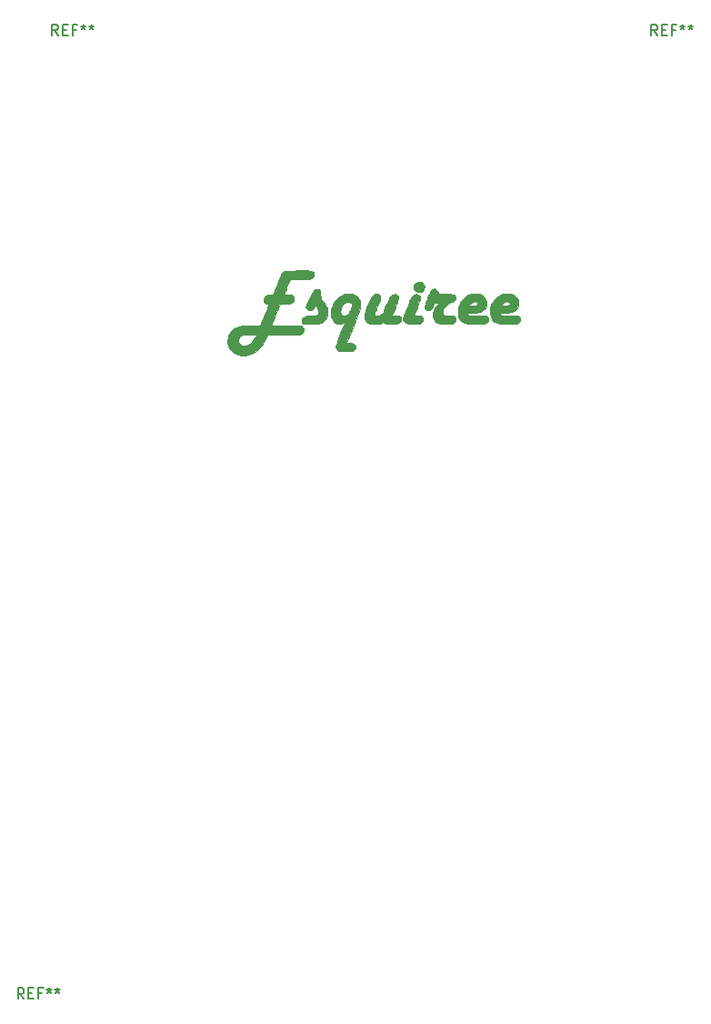
<source format=gbr>
G04 #@! TF.GenerationSoftware,KiCad,Pcbnew,(5.0.0)*
G04 #@! TF.CreationDate,2020-08-12T18:15:37-04:00*
G04 #@! TF.ProjectId,WS2812 Clock,57533238313220436C6F636B2E6B6963,rev?*
G04 #@! TF.SameCoordinates,Original*
G04 #@! TF.FileFunction,Legend,Top*
G04 #@! TF.FilePolarity,Positive*
%FSLAX46Y46*%
G04 Gerber Fmt 4.6, Leading zero omitted, Abs format (unit mm)*
G04 Created by KiCad (PCBNEW (5.0.0)) date 08/12/20 18:15:37*
%MOMM*%
%LPD*%
G01*
G04 APERTURE LIST*
%ADD10C,0.010000*%
%ADD11C,0.150000*%
G04 APERTURE END LIST*
D10*
G04 #@! TO.C,G\002A\002A\002A*
G36*
X210225496Y-51897605D02*
X210326306Y-51947097D01*
X210445321Y-52059086D01*
X210520306Y-52194740D01*
X210550597Y-52343036D01*
X210535528Y-52492949D01*
X210474434Y-52633458D01*
X210374581Y-52746998D01*
X210281247Y-52806696D01*
X210168927Y-52852828D01*
X210064085Y-52875329D01*
X210035777Y-52875861D01*
X209977731Y-52866256D01*
X209917000Y-52850549D01*
X209783483Y-52783280D01*
X209671967Y-52675966D01*
X209593113Y-52542863D01*
X209557585Y-52398232D01*
X209556619Y-52368589D01*
X209583844Y-52219264D01*
X209656975Y-52080019D01*
X209766045Y-51968932D01*
X209783846Y-51956503D01*
X209924606Y-51892884D01*
X210077411Y-51873154D01*
X210225496Y-51897605D01*
X210225496Y-51897605D01*
G37*
X210225496Y-51897605D02*
X210326306Y-51947097D01*
X210445321Y-52059086D01*
X210520306Y-52194740D01*
X210550597Y-52343036D01*
X210535528Y-52492949D01*
X210474434Y-52633458D01*
X210374581Y-52746998D01*
X210281247Y-52806696D01*
X210168927Y-52852828D01*
X210064085Y-52875329D01*
X210035777Y-52875861D01*
X209977731Y-52866256D01*
X209917000Y-52850549D01*
X209783483Y-52783280D01*
X209671967Y-52675966D01*
X209593113Y-52542863D01*
X209557585Y-52398232D01*
X209556619Y-52368589D01*
X209583844Y-52219264D01*
X209656975Y-52080019D01*
X209766045Y-51968932D01*
X209783846Y-51956503D01*
X209924606Y-51892884D01*
X210077411Y-51873154D01*
X210225496Y-51897605D01*
G36*
X218401321Y-52999236D02*
X218652000Y-53041004D01*
X218867433Y-53123463D01*
X219044889Y-53243884D01*
X219181639Y-53399540D01*
X219274951Y-53587704D01*
X219322097Y-53805648D01*
X219327508Y-53924432D01*
X219300793Y-54139863D01*
X219225150Y-54329486D01*
X219103073Y-54489260D01*
X218937053Y-54615145D01*
X218884331Y-54643136D01*
X218754897Y-54690967D01*
X218584450Y-54726930D01*
X218369109Y-54751508D01*
X218104996Y-54765183D01*
X217874500Y-54768568D01*
X217733013Y-54769560D01*
X217638572Y-54772781D01*
X217581783Y-54779763D01*
X217553253Y-54792038D01*
X217543587Y-54811138D01*
X217542889Y-54822651D01*
X217568878Y-54900065D01*
X217638471Y-54970311D01*
X217737600Y-55020156D01*
X217800849Y-55030976D01*
X217915135Y-55039765D01*
X218075083Y-55046299D01*
X218275314Y-55050356D01*
X218499600Y-55051713D01*
X218696706Y-55052979D01*
X218879326Y-55056449D01*
X219038149Y-55061769D01*
X219163866Y-55068586D01*
X219247168Y-55076548D01*
X219270216Y-55080907D01*
X219386445Y-55135200D01*
X219457597Y-55222220D01*
X219485112Y-55344202D01*
X219483567Y-55412013D01*
X219465730Y-55521790D01*
X219427003Y-55602527D01*
X219389070Y-55648322D01*
X219336907Y-55700516D01*
X219285114Y-55741323D01*
X219226055Y-55772223D01*
X219152092Y-55794697D01*
X219055588Y-55810225D01*
X218928904Y-55820286D01*
X218764404Y-55826362D01*
X218554450Y-55829931D01*
X218446000Y-55831087D01*
X218244664Y-55831796D01*
X218050072Y-55830219D01*
X217873404Y-55826617D01*
X217725838Y-55821254D01*
X217618553Y-55814392D01*
X217586699Y-55810926D01*
X217337293Y-55753404D01*
X217125497Y-55654816D01*
X216952600Y-55517306D01*
X216819895Y-55343015D01*
X216728671Y-55134085D01*
X216680218Y-54892659D01*
X216675828Y-54620880D01*
X216709962Y-54355538D01*
X216775148Y-54108239D01*
X216782434Y-54092000D01*
X217706679Y-54092000D01*
X218026950Y-54091584D01*
X218192705Y-54087843D01*
X218320765Y-54077586D01*
X218403079Y-54061552D01*
X218417777Y-54055662D01*
X218481103Y-53997468D01*
X218500547Y-53919288D01*
X218475603Y-53837254D01*
X218426378Y-53782045D01*
X218323419Y-53734398D01*
X218199568Y-53728290D01*
X218067187Y-53759649D01*
X217938639Y-53824405D01*
X217826286Y-53918489D01*
X217763486Y-54000278D01*
X217706679Y-54092000D01*
X216782434Y-54092000D01*
X216875273Y-53885099D01*
X217017120Y-53673874D01*
X217201510Y-53468268D01*
X217425062Y-53272337D01*
X217652916Y-53130247D01*
X217891617Y-53039439D01*
X218147711Y-52997353D01*
X218401321Y-52999236D01*
X218401321Y-52999236D01*
G37*
X218401321Y-52999236D02*
X218652000Y-53041004D01*
X218867433Y-53123463D01*
X219044889Y-53243884D01*
X219181639Y-53399540D01*
X219274951Y-53587704D01*
X219322097Y-53805648D01*
X219327508Y-53924432D01*
X219300793Y-54139863D01*
X219225150Y-54329486D01*
X219103073Y-54489260D01*
X218937053Y-54615145D01*
X218884331Y-54643136D01*
X218754897Y-54690967D01*
X218584450Y-54726930D01*
X218369109Y-54751508D01*
X218104996Y-54765183D01*
X217874500Y-54768568D01*
X217733013Y-54769560D01*
X217638572Y-54772781D01*
X217581783Y-54779763D01*
X217553253Y-54792038D01*
X217543587Y-54811138D01*
X217542889Y-54822651D01*
X217568878Y-54900065D01*
X217638471Y-54970311D01*
X217737600Y-55020156D01*
X217800849Y-55030976D01*
X217915135Y-55039765D01*
X218075083Y-55046299D01*
X218275314Y-55050356D01*
X218499600Y-55051713D01*
X218696706Y-55052979D01*
X218879326Y-55056449D01*
X219038149Y-55061769D01*
X219163866Y-55068586D01*
X219247168Y-55076548D01*
X219270216Y-55080907D01*
X219386445Y-55135200D01*
X219457597Y-55222220D01*
X219485112Y-55344202D01*
X219483567Y-55412013D01*
X219465730Y-55521790D01*
X219427003Y-55602527D01*
X219389070Y-55648322D01*
X219336907Y-55700516D01*
X219285114Y-55741323D01*
X219226055Y-55772223D01*
X219152092Y-55794697D01*
X219055588Y-55810225D01*
X218928904Y-55820286D01*
X218764404Y-55826362D01*
X218554450Y-55829931D01*
X218446000Y-55831087D01*
X218244664Y-55831796D01*
X218050072Y-55830219D01*
X217873404Y-55826617D01*
X217725838Y-55821254D01*
X217618553Y-55814392D01*
X217586699Y-55810926D01*
X217337293Y-55753404D01*
X217125497Y-55654816D01*
X216952600Y-55517306D01*
X216819895Y-55343015D01*
X216728671Y-55134085D01*
X216680218Y-54892659D01*
X216675828Y-54620880D01*
X216709962Y-54355538D01*
X216775148Y-54108239D01*
X216782434Y-54092000D01*
X217706679Y-54092000D01*
X218026950Y-54091584D01*
X218192705Y-54087843D01*
X218320765Y-54077586D01*
X218403079Y-54061552D01*
X218417777Y-54055662D01*
X218481103Y-53997468D01*
X218500547Y-53919288D01*
X218475603Y-53837254D01*
X218426378Y-53782045D01*
X218323419Y-53734398D01*
X218199568Y-53728290D01*
X218067187Y-53759649D01*
X217938639Y-53824405D01*
X217826286Y-53918489D01*
X217763486Y-54000278D01*
X217706679Y-54092000D01*
X216782434Y-54092000D01*
X216875273Y-53885099D01*
X217017120Y-53673874D01*
X217201510Y-53468268D01*
X217425062Y-53272337D01*
X217652916Y-53130247D01*
X217891617Y-53039439D01*
X218147711Y-52997353D01*
X218401321Y-52999236D01*
G36*
X215409765Y-52999236D02*
X215660444Y-53041004D01*
X215875877Y-53123463D01*
X216053334Y-53243884D01*
X216190083Y-53399540D01*
X216283396Y-53587704D01*
X216330542Y-53805648D01*
X216335952Y-53924432D01*
X216309237Y-54139863D01*
X216233595Y-54329486D01*
X216111518Y-54489260D01*
X215945497Y-54615145D01*
X215892775Y-54643136D01*
X215763342Y-54690967D01*
X215592894Y-54726930D01*
X215377554Y-54751508D01*
X215113440Y-54765183D01*
X214882944Y-54768568D01*
X214741457Y-54769560D01*
X214647016Y-54772781D01*
X214590227Y-54779763D01*
X214561697Y-54792038D01*
X214552031Y-54811138D01*
X214551333Y-54822651D01*
X214577323Y-54900065D01*
X214646915Y-54970311D01*
X214746044Y-55020156D01*
X214809293Y-55030976D01*
X214923580Y-55039765D01*
X215083527Y-55046299D01*
X215283758Y-55050356D01*
X215508044Y-55051713D01*
X215705151Y-55052979D01*
X215887770Y-55056449D01*
X216046593Y-55061769D01*
X216172310Y-55068586D01*
X216255612Y-55076548D01*
X216278660Y-55080907D01*
X216394580Y-55138911D01*
X216469630Y-55233542D01*
X216498509Y-55357867D01*
X216498666Y-55368596D01*
X216474375Y-55522497D01*
X216402548Y-55646979D01*
X216284755Y-55740451D01*
X216122567Y-55801326D01*
X216058297Y-55814199D01*
X215965922Y-55823747D01*
X215828918Y-55830750D01*
X215659041Y-55835244D01*
X215468047Y-55837263D01*
X215267692Y-55836844D01*
X215069732Y-55834022D01*
X214885924Y-55828831D01*
X214728024Y-55821307D01*
X214607788Y-55811486D01*
X214593666Y-55809809D01*
X214350107Y-55754659D01*
X214141285Y-55656665D01*
X213969058Y-55518861D01*
X213835283Y-55344282D01*
X213741819Y-55135962D01*
X213690522Y-54896935D01*
X213683250Y-54630237D01*
X213714901Y-54374222D01*
X213777556Y-54127340D01*
X213792573Y-54092000D01*
X214715123Y-54092000D01*
X215035395Y-54091584D01*
X215201149Y-54087843D01*
X215329209Y-54077586D01*
X215411524Y-54061552D01*
X215426222Y-54055662D01*
X215489547Y-53997468D01*
X215508992Y-53919288D01*
X215484048Y-53837254D01*
X215434822Y-53782045D01*
X215331864Y-53734398D01*
X215208013Y-53728290D01*
X215075632Y-53759649D01*
X214947083Y-53824405D01*
X214834730Y-53918489D01*
X214771930Y-54000278D01*
X214715123Y-54092000D01*
X213792573Y-54092000D01*
X213870364Y-53908943D01*
X214000949Y-53705083D01*
X214176933Y-53501811D01*
X214209954Y-53468268D01*
X214433507Y-53272337D01*
X214661360Y-53130247D01*
X214900061Y-53039439D01*
X215156156Y-52997353D01*
X215409765Y-52999236D01*
X215409765Y-52999236D01*
G37*
X215409765Y-52999236D02*
X215660444Y-53041004D01*
X215875877Y-53123463D01*
X216053334Y-53243884D01*
X216190083Y-53399540D01*
X216283396Y-53587704D01*
X216330542Y-53805648D01*
X216335952Y-53924432D01*
X216309237Y-54139863D01*
X216233595Y-54329486D01*
X216111518Y-54489260D01*
X215945497Y-54615145D01*
X215892775Y-54643136D01*
X215763342Y-54690967D01*
X215592894Y-54726930D01*
X215377554Y-54751508D01*
X215113440Y-54765183D01*
X214882944Y-54768568D01*
X214741457Y-54769560D01*
X214647016Y-54772781D01*
X214590227Y-54779763D01*
X214561697Y-54792038D01*
X214552031Y-54811138D01*
X214551333Y-54822651D01*
X214577323Y-54900065D01*
X214646915Y-54970311D01*
X214746044Y-55020156D01*
X214809293Y-55030976D01*
X214923580Y-55039765D01*
X215083527Y-55046299D01*
X215283758Y-55050356D01*
X215508044Y-55051713D01*
X215705151Y-55052979D01*
X215887770Y-55056449D01*
X216046593Y-55061769D01*
X216172310Y-55068586D01*
X216255612Y-55076548D01*
X216278660Y-55080907D01*
X216394580Y-55138911D01*
X216469630Y-55233542D01*
X216498509Y-55357867D01*
X216498666Y-55368596D01*
X216474375Y-55522497D01*
X216402548Y-55646979D01*
X216284755Y-55740451D01*
X216122567Y-55801326D01*
X216058297Y-55814199D01*
X215965922Y-55823747D01*
X215828918Y-55830750D01*
X215659041Y-55835244D01*
X215468047Y-55837263D01*
X215267692Y-55836844D01*
X215069732Y-55834022D01*
X214885924Y-55828831D01*
X214728024Y-55821307D01*
X214607788Y-55811486D01*
X214593666Y-55809809D01*
X214350107Y-55754659D01*
X214141285Y-55656665D01*
X213969058Y-55518861D01*
X213835283Y-55344282D01*
X213741819Y-55135962D01*
X213690522Y-54896935D01*
X213683250Y-54630237D01*
X213714901Y-54374222D01*
X213777556Y-54127340D01*
X213792573Y-54092000D01*
X214715123Y-54092000D01*
X215035395Y-54091584D01*
X215201149Y-54087843D01*
X215329209Y-54077586D01*
X215411524Y-54061552D01*
X215426222Y-54055662D01*
X215489547Y-53997468D01*
X215508992Y-53919288D01*
X215484048Y-53837254D01*
X215434822Y-53782045D01*
X215331864Y-53734398D01*
X215208013Y-53728290D01*
X215075632Y-53759649D01*
X214947083Y-53824405D01*
X214834730Y-53918489D01*
X214771930Y-54000278D01*
X214715123Y-54092000D01*
X213792573Y-54092000D01*
X213870364Y-53908943D01*
X214000949Y-53705083D01*
X214176933Y-53501811D01*
X214209954Y-53468268D01*
X214433507Y-53272337D01*
X214661360Y-53130247D01*
X214900061Y-53039439D01*
X215156156Y-52997353D01*
X215409765Y-52999236D01*
G36*
X211622362Y-52563759D02*
X211719916Y-52636366D01*
X211791796Y-52758593D01*
X211815003Y-52826371D01*
X211857238Y-52936520D01*
X211908646Y-52999924D01*
X211927892Y-53011861D01*
X211978484Y-53025499D01*
X212071677Y-53035668D01*
X212211123Y-53042565D01*
X212400470Y-53046388D01*
X212583739Y-53047362D01*
X212809063Y-53048698D01*
X212985305Y-53053211D01*
X213119798Y-53062195D01*
X213219873Y-53076943D01*
X213292863Y-53098748D01*
X213346098Y-53128904D01*
X213386912Y-53168705D01*
X213404645Y-53192187D01*
X213440735Y-53284310D01*
X213449060Y-53401902D01*
X213430147Y-53521592D01*
X213395364Y-53603796D01*
X213301883Y-53705594D01*
X213163880Y-53775970D01*
X213001974Y-53813011D01*
X212910134Y-53831129D01*
X212837761Y-53862806D01*
X212763471Y-53919524D01*
X212709246Y-53970190D01*
X212597632Y-54087432D01*
X212486807Y-54219696D01*
X212387737Y-54352542D01*
X212311386Y-54471534D01*
X212277320Y-54538881D01*
X212249765Y-54635259D01*
X212237188Y-54739302D01*
X212237111Y-54746413D01*
X212245756Y-54849017D01*
X212275871Y-54926652D01*
X212333728Y-54982469D01*
X212425598Y-55019624D01*
X212557751Y-55041269D01*
X212736458Y-55050559D01*
X212843889Y-55051555D01*
X213056913Y-55057292D01*
X213219986Y-55076351D01*
X213338607Y-55111507D01*
X213418274Y-55165535D01*
X213464486Y-55241207D01*
X213482741Y-55341299D01*
X213483592Y-55374298D01*
X213461852Y-55523240D01*
X213394383Y-55641879D01*
X213277811Y-55735476D01*
X213238526Y-55756616D01*
X213183145Y-55782480D01*
X213129811Y-55801249D01*
X213068038Y-55814203D01*
X212987343Y-55822623D01*
X212877240Y-55827792D01*
X212727244Y-55830991D01*
X212618111Y-55832445D01*
X212448420Y-55833011D01*
X212288654Y-55830857D01*
X212151568Y-55826353D01*
X212049919Y-55819868D01*
X212009088Y-55814801D01*
X211808391Y-55752341D01*
X211640383Y-55645843D01*
X211507943Y-55499200D01*
X211413951Y-55316307D01*
X211361288Y-55101057D01*
X211350605Y-54924555D01*
X211360332Y-54763673D01*
X211389950Y-54619214D01*
X211444730Y-54478066D01*
X211529946Y-54327115D01*
X211650868Y-54153247D01*
X211672147Y-54124733D01*
X211749789Y-54020474D01*
X211813147Y-53933626D01*
X211855516Y-53873499D01*
X211870222Y-53849566D01*
X211844466Y-53843688D01*
X211777054Y-53839523D01*
X211685892Y-53838000D01*
X211582131Y-53840782D01*
X211521794Y-53851234D01*
X211492041Y-53872508D01*
X211484887Y-53887389D01*
X211465754Y-53934126D01*
X211428781Y-54017081D01*
X211380562Y-54121593D01*
X211357872Y-54169807D01*
X211268942Y-54333778D01*
X211178984Y-54446574D01*
X211081599Y-54513208D01*
X210970388Y-54538695D01*
X210890572Y-54535907D01*
X210793282Y-54515777D01*
X210718563Y-54472047D01*
X210661381Y-54416139D01*
X210603187Y-54345913D01*
X210577902Y-54288046D01*
X210576313Y-54217330D01*
X210578980Y-54190718D01*
X210593956Y-54127418D01*
X210627600Y-54021892D01*
X210676172Y-53883724D01*
X210735932Y-53722492D01*
X210803140Y-53547780D01*
X210874055Y-53369168D01*
X210944938Y-53196238D01*
X211012049Y-53038570D01*
X211071648Y-52905746D01*
X211116092Y-52814753D01*
X211209877Y-52672958D01*
X211317694Y-52583487D01*
X211444171Y-52543007D01*
X211498035Y-52539778D01*
X211622362Y-52563759D01*
X211622362Y-52563759D01*
G37*
X211622362Y-52563759D02*
X211719916Y-52636366D01*
X211791796Y-52758593D01*
X211815003Y-52826371D01*
X211857238Y-52936520D01*
X211908646Y-52999924D01*
X211927892Y-53011861D01*
X211978484Y-53025499D01*
X212071677Y-53035668D01*
X212211123Y-53042565D01*
X212400470Y-53046388D01*
X212583739Y-53047362D01*
X212809063Y-53048698D01*
X212985305Y-53053211D01*
X213119798Y-53062195D01*
X213219873Y-53076943D01*
X213292863Y-53098748D01*
X213346098Y-53128904D01*
X213386912Y-53168705D01*
X213404645Y-53192187D01*
X213440735Y-53284310D01*
X213449060Y-53401902D01*
X213430147Y-53521592D01*
X213395364Y-53603796D01*
X213301883Y-53705594D01*
X213163880Y-53775970D01*
X213001974Y-53813011D01*
X212910134Y-53831129D01*
X212837761Y-53862806D01*
X212763471Y-53919524D01*
X212709246Y-53970190D01*
X212597632Y-54087432D01*
X212486807Y-54219696D01*
X212387737Y-54352542D01*
X212311386Y-54471534D01*
X212277320Y-54538881D01*
X212249765Y-54635259D01*
X212237188Y-54739302D01*
X212237111Y-54746413D01*
X212245756Y-54849017D01*
X212275871Y-54926652D01*
X212333728Y-54982469D01*
X212425598Y-55019624D01*
X212557751Y-55041269D01*
X212736458Y-55050559D01*
X212843889Y-55051555D01*
X213056913Y-55057292D01*
X213219986Y-55076351D01*
X213338607Y-55111507D01*
X213418274Y-55165535D01*
X213464486Y-55241207D01*
X213482741Y-55341299D01*
X213483592Y-55374298D01*
X213461852Y-55523240D01*
X213394383Y-55641879D01*
X213277811Y-55735476D01*
X213238526Y-55756616D01*
X213183145Y-55782480D01*
X213129811Y-55801249D01*
X213068038Y-55814203D01*
X212987343Y-55822623D01*
X212877240Y-55827792D01*
X212727244Y-55830991D01*
X212618111Y-55832445D01*
X212448420Y-55833011D01*
X212288654Y-55830857D01*
X212151568Y-55826353D01*
X212049919Y-55819868D01*
X212009088Y-55814801D01*
X211808391Y-55752341D01*
X211640383Y-55645843D01*
X211507943Y-55499200D01*
X211413951Y-55316307D01*
X211361288Y-55101057D01*
X211350605Y-54924555D01*
X211360332Y-54763673D01*
X211389950Y-54619214D01*
X211444730Y-54478066D01*
X211529946Y-54327115D01*
X211650868Y-54153247D01*
X211672147Y-54124733D01*
X211749789Y-54020474D01*
X211813147Y-53933626D01*
X211855516Y-53873499D01*
X211870222Y-53849566D01*
X211844466Y-53843688D01*
X211777054Y-53839523D01*
X211685892Y-53838000D01*
X211582131Y-53840782D01*
X211521794Y-53851234D01*
X211492041Y-53872508D01*
X211484887Y-53887389D01*
X211465754Y-53934126D01*
X211428781Y-54017081D01*
X211380562Y-54121593D01*
X211357872Y-54169807D01*
X211268942Y-54333778D01*
X211178984Y-54446574D01*
X211081599Y-54513208D01*
X210970388Y-54538695D01*
X210890572Y-54535907D01*
X210793282Y-54515777D01*
X210718563Y-54472047D01*
X210661381Y-54416139D01*
X210603187Y-54345913D01*
X210577902Y-54288046D01*
X210576313Y-54217330D01*
X210578980Y-54190718D01*
X210593956Y-54127418D01*
X210627600Y-54021892D01*
X210676172Y-53883724D01*
X210735932Y-53722492D01*
X210803140Y-53547780D01*
X210874055Y-53369168D01*
X210944938Y-53196238D01*
X211012049Y-53038570D01*
X211071648Y-52905746D01*
X211116092Y-52814753D01*
X211209877Y-52672958D01*
X211317694Y-52583487D01*
X211444171Y-52543007D01*
X211498035Y-52539778D01*
X211622362Y-52563759D01*
G36*
X209887735Y-53055908D02*
X210007513Y-53092114D01*
X210026921Y-53102817D01*
X210089893Y-53147102D01*
X210135988Y-53196780D01*
X210164493Y-53257280D01*
X210174697Y-53334030D01*
X210165887Y-53432460D01*
X210137352Y-53557998D01*
X210088380Y-53716073D01*
X210018258Y-53912114D01*
X209926276Y-54151550D01*
X209871075Y-54291220D01*
X209795978Y-54480745D01*
X209728223Y-54653050D01*
X209670493Y-54801205D01*
X209625471Y-54918282D01*
X209595841Y-54997351D01*
X209584285Y-55031483D01*
X209584222Y-55032053D01*
X209610443Y-55040264D01*
X209681117Y-55046769D01*
X209784257Y-55050734D01*
X209864607Y-55051555D01*
X210064712Y-55058973D01*
X210215395Y-55083238D01*
X210321956Y-55127370D01*
X210389697Y-55194387D01*
X210423919Y-55287309D01*
X210430783Y-55373975D01*
X210410927Y-55524083D01*
X210348312Y-55640762D01*
X210237990Y-55731821D01*
X210186702Y-55759323D01*
X210128626Y-55785116D01*
X210070392Y-55803536D01*
X210000718Y-55816011D01*
X209908320Y-55823971D01*
X209781917Y-55828842D01*
X209612444Y-55832022D01*
X209449267Y-55832733D01*
X209295374Y-55830415D01*
X209164539Y-55825487D01*
X209070539Y-55818365D01*
X209045261Y-55814804D01*
X208861686Y-55760791D01*
X208720420Y-55674920D01*
X208624180Y-55560419D01*
X208575682Y-55420517D01*
X208577547Y-55259022D01*
X208591033Y-55214127D01*
X208622978Y-55124582D01*
X208670379Y-54997942D01*
X208730231Y-54841759D01*
X208799529Y-54663589D01*
X208875269Y-54470985D01*
X208954447Y-54271501D01*
X209034057Y-54072691D01*
X209111096Y-53882110D01*
X209182558Y-53707311D01*
X209245440Y-53555848D01*
X209296737Y-53435276D01*
X209333444Y-53353148D01*
X209344790Y-53330000D01*
X209415082Y-53232483D01*
X209512065Y-53142526D01*
X209612488Y-53081333D01*
X209621337Y-53077795D01*
X209750418Y-53050605D01*
X209887735Y-53055908D01*
X209887735Y-53055908D01*
G37*
X209887735Y-53055908D02*
X210007513Y-53092114D01*
X210026921Y-53102817D01*
X210089893Y-53147102D01*
X210135988Y-53196780D01*
X210164493Y-53257280D01*
X210174697Y-53334030D01*
X210165887Y-53432460D01*
X210137352Y-53557998D01*
X210088380Y-53716073D01*
X210018258Y-53912114D01*
X209926276Y-54151550D01*
X209871075Y-54291220D01*
X209795978Y-54480745D01*
X209728223Y-54653050D01*
X209670493Y-54801205D01*
X209625471Y-54918282D01*
X209595841Y-54997351D01*
X209584285Y-55031483D01*
X209584222Y-55032053D01*
X209610443Y-55040264D01*
X209681117Y-55046769D01*
X209784257Y-55050734D01*
X209864607Y-55051555D01*
X210064712Y-55058973D01*
X210215395Y-55083238D01*
X210321956Y-55127370D01*
X210389697Y-55194387D01*
X210423919Y-55287309D01*
X210430783Y-55373975D01*
X210410927Y-55524083D01*
X210348312Y-55640762D01*
X210237990Y-55731821D01*
X210186702Y-55759323D01*
X210128626Y-55785116D01*
X210070392Y-55803536D01*
X210000718Y-55816011D01*
X209908320Y-55823971D01*
X209781917Y-55828842D01*
X209612444Y-55832022D01*
X209449267Y-55832733D01*
X209295374Y-55830415D01*
X209164539Y-55825487D01*
X209070539Y-55818365D01*
X209045261Y-55814804D01*
X208861686Y-55760791D01*
X208720420Y-55674920D01*
X208624180Y-55560419D01*
X208575682Y-55420517D01*
X208577547Y-55259022D01*
X208591033Y-55214127D01*
X208622978Y-55124582D01*
X208670379Y-54997942D01*
X208730231Y-54841759D01*
X208799529Y-54663589D01*
X208875269Y-54470985D01*
X208954447Y-54271501D01*
X209034057Y-54072691D01*
X209111096Y-53882110D01*
X209182558Y-53707311D01*
X209245440Y-53555848D01*
X209296737Y-53435276D01*
X209333444Y-53353148D01*
X209344790Y-53330000D01*
X209415082Y-53232483D01*
X209512065Y-53142526D01*
X209612488Y-53081333D01*
X209621337Y-53077795D01*
X209750418Y-53050605D01*
X209887735Y-53055908D01*
G36*
X206243031Y-53017713D02*
X206348336Y-53076904D01*
X206426800Y-53176264D01*
X206439352Y-53203214D01*
X206457024Y-53257455D01*
X206463583Y-53316749D01*
X206457172Y-53388296D01*
X206435936Y-53479298D01*
X206398020Y-53596955D01*
X206341568Y-53748467D01*
X206264725Y-53941034D01*
X206222841Y-54043386D01*
X206127840Y-54275978D01*
X206053294Y-54462528D01*
X205997146Y-54608755D01*
X205957341Y-54720379D01*
X205931825Y-54803120D01*
X205918541Y-54862697D01*
X205915333Y-54899151D01*
X205939052Y-54972027D01*
X206003277Y-55020838D01*
X206097606Y-55045905D01*
X206211640Y-55047546D01*
X206334978Y-55026082D01*
X206457221Y-54981834D01*
X206567968Y-54915120D01*
X206611408Y-54877734D01*
X206647013Y-54834543D01*
X206688788Y-54766055D01*
X206739339Y-54666809D01*
X206801273Y-54531346D01*
X206877196Y-54354205D01*
X206969714Y-54129926D01*
X206977379Y-54111092D01*
X207079695Y-53862537D01*
X207165920Y-53661154D01*
X207239330Y-53501101D01*
X207303201Y-53376531D01*
X207360810Y-53281600D01*
X207415432Y-53210464D01*
X207470343Y-53157278D01*
X207528819Y-53116197D01*
X207538111Y-53110712D01*
X207676213Y-53058536D01*
X207818641Y-53052716D01*
X207950717Y-53091909D01*
X208040995Y-53156691D01*
X208085068Y-53206626D01*
X208115546Y-53259366D01*
X208131323Y-53320917D01*
X208131292Y-53397281D01*
X208114347Y-53494465D01*
X208079383Y-53618470D01*
X208025293Y-53775302D01*
X207950972Y-53970965D01*
X207855312Y-54211462D01*
X207839417Y-54250877D01*
X207762956Y-54440326D01*
X207692892Y-54614080D01*
X207632172Y-54764820D01*
X207583741Y-54885225D01*
X207550547Y-54967976D01*
X207535537Y-55005752D01*
X207535511Y-55005821D01*
X207533527Y-55026421D01*
X207552602Y-55039795D01*
X207601812Y-55047457D01*
X207690236Y-55050925D01*
X207810258Y-55051713D01*
X208013834Y-55057012D01*
X208167424Y-55074968D01*
X208276731Y-55109042D01*
X208347460Y-55162697D01*
X208385314Y-55239393D01*
X208395998Y-55342591D01*
X208392926Y-55405295D01*
X208376296Y-55514695D01*
X208341905Y-55593417D01*
X208297737Y-55648322D01*
X208231983Y-55710341D01*
X208161418Y-55756301D01*
X208075904Y-55788951D01*
X207965303Y-55811041D01*
X207819477Y-55825321D01*
X207628288Y-55834540D01*
X207608666Y-55835210D01*
X207372594Y-55839230D01*
X207185568Y-55833010D01*
X207040930Y-55815416D01*
X206932023Y-55785317D01*
X206852188Y-55741580D01*
X206807155Y-55698873D01*
X206758143Y-55645557D01*
X206724113Y-55617341D01*
X206719833Y-55616000D01*
X206689308Y-55632215D01*
X206631765Y-55673377D01*
X206597515Y-55700164D01*
X206472583Y-55772841D01*
X206341318Y-55813053D01*
X206223136Y-55827671D01*
X206069748Y-55835887D01*
X205900921Y-55837719D01*
X205736426Y-55833181D01*
X205596030Y-55822289D01*
X205529923Y-55812387D01*
X205335633Y-55748267D01*
X205172448Y-55641495D01*
X205046927Y-55497199D01*
X204990603Y-55390451D01*
X204965196Y-55291144D01*
X204959004Y-55154491D01*
X204962076Y-55080007D01*
X204967755Y-55011808D01*
X204977880Y-54944769D01*
X204994963Y-54871294D01*
X205021520Y-54783785D01*
X205060062Y-54674647D01*
X205113105Y-54536282D01*
X205183162Y-54361094D01*
X205272126Y-54142999D01*
X205353738Y-53945936D01*
X205432438Y-53759608D01*
X205504585Y-53592352D01*
X205566540Y-53452505D01*
X205614661Y-53348403D01*
X205645157Y-53288644D01*
X205742695Y-53162267D01*
X205860717Y-53070966D01*
X205989756Y-53015762D01*
X206120349Y-52997671D01*
X206243031Y-53017713D01*
X206243031Y-53017713D01*
G37*
X206243031Y-53017713D02*
X206348336Y-53076904D01*
X206426800Y-53176264D01*
X206439352Y-53203214D01*
X206457024Y-53257455D01*
X206463583Y-53316749D01*
X206457172Y-53388296D01*
X206435936Y-53479298D01*
X206398020Y-53596955D01*
X206341568Y-53748467D01*
X206264725Y-53941034D01*
X206222841Y-54043386D01*
X206127840Y-54275978D01*
X206053294Y-54462528D01*
X205997146Y-54608755D01*
X205957341Y-54720379D01*
X205931825Y-54803120D01*
X205918541Y-54862697D01*
X205915333Y-54899151D01*
X205939052Y-54972027D01*
X206003277Y-55020838D01*
X206097606Y-55045905D01*
X206211640Y-55047546D01*
X206334978Y-55026082D01*
X206457221Y-54981834D01*
X206567968Y-54915120D01*
X206611408Y-54877734D01*
X206647013Y-54834543D01*
X206688788Y-54766055D01*
X206739339Y-54666809D01*
X206801273Y-54531346D01*
X206877196Y-54354205D01*
X206969714Y-54129926D01*
X206977379Y-54111092D01*
X207079695Y-53862537D01*
X207165920Y-53661154D01*
X207239330Y-53501101D01*
X207303201Y-53376531D01*
X207360810Y-53281600D01*
X207415432Y-53210464D01*
X207470343Y-53157278D01*
X207528819Y-53116197D01*
X207538111Y-53110712D01*
X207676213Y-53058536D01*
X207818641Y-53052716D01*
X207950717Y-53091909D01*
X208040995Y-53156691D01*
X208085068Y-53206626D01*
X208115546Y-53259366D01*
X208131323Y-53320917D01*
X208131292Y-53397281D01*
X208114347Y-53494465D01*
X208079383Y-53618470D01*
X208025293Y-53775302D01*
X207950972Y-53970965D01*
X207855312Y-54211462D01*
X207839417Y-54250877D01*
X207762956Y-54440326D01*
X207692892Y-54614080D01*
X207632172Y-54764820D01*
X207583741Y-54885225D01*
X207550547Y-54967976D01*
X207535537Y-55005752D01*
X207535511Y-55005821D01*
X207533527Y-55026421D01*
X207552602Y-55039795D01*
X207601812Y-55047457D01*
X207690236Y-55050925D01*
X207810258Y-55051713D01*
X208013834Y-55057012D01*
X208167424Y-55074968D01*
X208276731Y-55109042D01*
X208347460Y-55162697D01*
X208385314Y-55239393D01*
X208395998Y-55342591D01*
X208392926Y-55405295D01*
X208376296Y-55514695D01*
X208341905Y-55593417D01*
X208297737Y-55648322D01*
X208231983Y-55710341D01*
X208161418Y-55756301D01*
X208075904Y-55788951D01*
X207965303Y-55811041D01*
X207819477Y-55825321D01*
X207628288Y-55834540D01*
X207608666Y-55835210D01*
X207372594Y-55839230D01*
X207185568Y-55833010D01*
X207040930Y-55815416D01*
X206932023Y-55785317D01*
X206852188Y-55741580D01*
X206807155Y-55698873D01*
X206758143Y-55645557D01*
X206724113Y-55617341D01*
X206719833Y-55616000D01*
X206689308Y-55632215D01*
X206631765Y-55673377D01*
X206597515Y-55700164D01*
X206472583Y-55772841D01*
X206341318Y-55813053D01*
X206223136Y-55827671D01*
X206069748Y-55835887D01*
X205900921Y-55837719D01*
X205736426Y-55833181D01*
X205596030Y-55822289D01*
X205529923Y-55812387D01*
X205335633Y-55748267D01*
X205172448Y-55641495D01*
X205046927Y-55497199D01*
X204990603Y-55390451D01*
X204965196Y-55291144D01*
X204959004Y-55154491D01*
X204962076Y-55080007D01*
X204967755Y-55011808D01*
X204977880Y-54944769D01*
X204994963Y-54871294D01*
X205021520Y-54783785D01*
X205060062Y-54674647D01*
X205113105Y-54536282D01*
X205183162Y-54361094D01*
X205272126Y-54142999D01*
X205353738Y-53945936D01*
X205432438Y-53759608D01*
X205504585Y-53592352D01*
X205566540Y-53452505D01*
X205614661Y-53348403D01*
X205645157Y-53288644D01*
X205742695Y-53162267D01*
X205860717Y-53070966D01*
X205989756Y-53015762D01*
X206120349Y-52997671D01*
X206243031Y-53017713D01*
G36*
X200716758Y-52585000D02*
X200807220Y-52647547D01*
X200829277Y-52675141D01*
X200852666Y-52724241D01*
X200867512Y-52793433D01*
X200875370Y-52894635D01*
X200877798Y-53039764D01*
X200877804Y-53046567D01*
X200879859Y-53186159D01*
X200889296Y-53295757D01*
X200911237Y-53389219D01*
X200950809Y-53480404D01*
X201013135Y-53583171D01*
X201103341Y-53711379D01*
X201144373Y-53767444D01*
X201281433Y-53973415D01*
X201396561Y-54185464D01*
X201483311Y-54389986D01*
X201535238Y-54573378D01*
X201540438Y-54603415D01*
X201550489Y-54841113D01*
X201508964Y-55064540D01*
X201419967Y-55268676D01*
X201287604Y-55448501D01*
X201115979Y-55598996D01*
X200909196Y-55715139D01*
X200671361Y-55791911D01*
X200551564Y-55812766D01*
X200441000Y-55823014D01*
X200296579Y-55830522D01*
X200130762Y-55835271D01*
X199956012Y-55837245D01*
X199784790Y-55836427D01*
X199629558Y-55832797D01*
X199502779Y-55826340D01*
X199416914Y-55817038D01*
X199403762Y-55814376D01*
X199271809Y-55764406D01*
X199188381Y-55687817D01*
X199154101Y-55601104D01*
X199148405Y-55440458D01*
X199193960Y-55301695D01*
X199288898Y-55188731D01*
X199379144Y-55129459D01*
X199431868Y-55105835D01*
X199492426Y-55088247D01*
X199571282Y-55075277D01*
X199678898Y-55065510D01*
X199825735Y-55057529D01*
X199946333Y-55052659D01*
X200159211Y-55042049D01*
X200323160Y-55026594D01*
X200445635Y-55004014D01*
X200534093Y-54972030D01*
X200595991Y-54928362D01*
X200638783Y-54870732D01*
X200655361Y-54835932D01*
X200685151Y-54740685D01*
X200690253Y-54645081D01*
X200668606Y-54536721D01*
X200618151Y-54403204D01*
X200564283Y-54287507D01*
X200434345Y-54021444D01*
X200351200Y-54196516D01*
X200251638Y-54361376D01*
X200135211Y-54476536D01*
X200005739Y-54540480D01*
X199867043Y-54551687D01*
X199722944Y-54508642D01*
X199658291Y-54471782D01*
X199575553Y-54385776D01*
X199533352Y-54269777D01*
X199536477Y-54137472D01*
X199538310Y-54128870D01*
X199557758Y-54071893D01*
X199598678Y-53972895D01*
X199657273Y-53840330D01*
X199729748Y-53682649D01*
X199812307Y-53508306D01*
X199875162Y-53378643D01*
X199987290Y-53152594D01*
X200080674Y-52972686D01*
X200159346Y-52833411D01*
X200227338Y-52729264D01*
X200288681Y-52654739D01*
X200347406Y-52604331D01*
X200407547Y-52572533D01*
X200473133Y-52553839D01*
X200480112Y-52552485D01*
X200600869Y-52550905D01*
X200716758Y-52585000D01*
X200716758Y-52585000D01*
G37*
X200716758Y-52585000D02*
X200807220Y-52647547D01*
X200829277Y-52675141D01*
X200852666Y-52724241D01*
X200867512Y-52793433D01*
X200875370Y-52894635D01*
X200877798Y-53039764D01*
X200877804Y-53046567D01*
X200879859Y-53186159D01*
X200889296Y-53295757D01*
X200911237Y-53389219D01*
X200950809Y-53480404D01*
X201013135Y-53583171D01*
X201103341Y-53711379D01*
X201144373Y-53767444D01*
X201281433Y-53973415D01*
X201396561Y-54185464D01*
X201483311Y-54389986D01*
X201535238Y-54573378D01*
X201540438Y-54603415D01*
X201550489Y-54841113D01*
X201508964Y-55064540D01*
X201419967Y-55268676D01*
X201287604Y-55448501D01*
X201115979Y-55598996D01*
X200909196Y-55715139D01*
X200671361Y-55791911D01*
X200551564Y-55812766D01*
X200441000Y-55823014D01*
X200296579Y-55830522D01*
X200130762Y-55835271D01*
X199956012Y-55837245D01*
X199784790Y-55836427D01*
X199629558Y-55832797D01*
X199502779Y-55826340D01*
X199416914Y-55817038D01*
X199403762Y-55814376D01*
X199271809Y-55764406D01*
X199188381Y-55687817D01*
X199154101Y-55601104D01*
X199148405Y-55440458D01*
X199193960Y-55301695D01*
X199288898Y-55188731D01*
X199379144Y-55129459D01*
X199431868Y-55105835D01*
X199492426Y-55088247D01*
X199571282Y-55075277D01*
X199678898Y-55065510D01*
X199825735Y-55057529D01*
X199946333Y-55052659D01*
X200159211Y-55042049D01*
X200323160Y-55026594D01*
X200445635Y-55004014D01*
X200534093Y-54972030D01*
X200595991Y-54928362D01*
X200638783Y-54870732D01*
X200655361Y-54835932D01*
X200685151Y-54740685D01*
X200690253Y-54645081D01*
X200668606Y-54536721D01*
X200618151Y-54403204D01*
X200564283Y-54287507D01*
X200434345Y-54021444D01*
X200351200Y-54196516D01*
X200251638Y-54361376D01*
X200135211Y-54476536D01*
X200005739Y-54540480D01*
X199867043Y-54551687D01*
X199722944Y-54508642D01*
X199658291Y-54471782D01*
X199575553Y-54385776D01*
X199533352Y-54269777D01*
X199536477Y-54137472D01*
X199538310Y-54128870D01*
X199557758Y-54071893D01*
X199598678Y-53972895D01*
X199657273Y-53840330D01*
X199729748Y-53682649D01*
X199812307Y-53508306D01*
X199875162Y-53378643D01*
X199987290Y-53152594D01*
X200080674Y-52972686D01*
X200159346Y-52833411D01*
X200227338Y-52729264D01*
X200288681Y-52654739D01*
X200347406Y-52604331D01*
X200407547Y-52572533D01*
X200473133Y-52553839D01*
X200480112Y-52552485D01*
X200600869Y-52550905D01*
X200716758Y-52585000D01*
G36*
X203654291Y-53000293D02*
X203810058Y-53023851D01*
X203987490Y-53080945D01*
X204165722Y-53175514D01*
X204324507Y-53295082D01*
X204426504Y-53403692D01*
X204520280Y-53545412D01*
X204579656Y-53687944D01*
X204609208Y-53847802D01*
X204613514Y-54041498D01*
X204612292Y-54073883D01*
X204600997Y-54332145D01*
X203948369Y-55954795D01*
X203295742Y-57577444D01*
X203413149Y-57596519D01*
X203506877Y-57607254D01*
X203626454Y-57615077D01*
X203714000Y-57617730D01*
X203886303Y-57633710D01*
X204012244Y-57678147D01*
X204095111Y-57752648D01*
X204128220Y-57820333D01*
X204147931Y-57963284D01*
X204114929Y-58097434D01*
X204032924Y-58215503D01*
X203905628Y-58310209D01*
X203869222Y-58328436D01*
X203821835Y-58347115D01*
X203766370Y-58360814D01*
X203693678Y-58370266D01*
X203594609Y-58376207D01*
X203460016Y-58379370D01*
X203280750Y-58380490D01*
X203220111Y-58380538D01*
X203026458Y-58379870D01*
X202880031Y-58377370D01*
X202771623Y-58372297D01*
X202692024Y-58363908D01*
X202632027Y-58351462D01*
X202582424Y-58334216D01*
X202568208Y-58328002D01*
X202439013Y-58244610D01*
X202357497Y-58132032D01*
X202321847Y-57987345D01*
X202319890Y-57927054D01*
X202322895Y-57879785D01*
X202331966Y-57824790D01*
X202349032Y-57756560D01*
X202376023Y-57669586D01*
X202414866Y-57558360D01*
X202467491Y-57417374D01*
X202535828Y-57241118D01*
X202621804Y-57024084D01*
X202727349Y-56760765D01*
X202734667Y-56742577D01*
X202825422Y-56516352D01*
X202908864Y-56307015D01*
X202982782Y-56120217D01*
X203044961Y-55961612D01*
X203093190Y-55836852D01*
X203125255Y-55751592D01*
X203138943Y-55711483D01*
X203139205Y-55709131D01*
X203111573Y-55715587D01*
X203050043Y-55741008D01*
X203006287Y-55761419D01*
X202832795Y-55815545D01*
X202645786Y-55822940D01*
X202458347Y-55786654D01*
X202283566Y-55709738D01*
X202134529Y-55595241D01*
X202092076Y-55548330D01*
X201995386Y-55418009D01*
X201929696Y-55294269D01*
X201889864Y-55160928D01*
X201870747Y-55001806D01*
X201866923Y-54839889D01*
X201873728Y-54638343D01*
X201879269Y-54595244D01*
X202732660Y-54595244D01*
X202732801Y-54740787D01*
X202769047Y-54863925D01*
X202812335Y-54926095D01*
X202920963Y-55002403D01*
X203057232Y-55036789D01*
X203209984Y-55028331D01*
X203368063Y-54976106D01*
X203375205Y-54972671D01*
X203416824Y-54948590D01*
X203452411Y-54915541D01*
X203487557Y-54864278D01*
X203527856Y-54785555D01*
X203578899Y-54670127D01*
X203625660Y-54558574D01*
X203682688Y-54415999D01*
X203732144Y-54282835D01*
X203769408Y-54172216D01*
X203789859Y-54097274D01*
X203791676Y-54086640D01*
X203795030Y-54016037D01*
X203775659Y-53961160D01*
X203724056Y-53899119D01*
X203706321Y-53881121D01*
X203640967Y-53822073D01*
X203582193Y-53792432D01*
X203504820Y-53782345D01*
X203451900Y-53781555D01*
X203345356Y-53788371D01*
X203259222Y-53815143D01*
X203163360Y-53871356D01*
X203160493Y-53873278D01*
X203028554Y-53984350D01*
X202916571Y-54121849D01*
X202827775Y-54276008D01*
X202765395Y-54437062D01*
X202732660Y-54595244D01*
X201879269Y-54595244D01*
X201896045Y-54464763D01*
X201938605Y-54297969D01*
X202006137Y-54116777D01*
X202051867Y-54011670D01*
X202204336Y-53731553D01*
X202388935Y-53492913D01*
X202601677Y-53297990D01*
X202838571Y-53149026D01*
X203095631Y-53048261D01*
X203368867Y-52997936D01*
X203654291Y-53000293D01*
X203654291Y-53000293D01*
G37*
X203654291Y-53000293D02*
X203810058Y-53023851D01*
X203987490Y-53080945D01*
X204165722Y-53175514D01*
X204324507Y-53295082D01*
X204426504Y-53403692D01*
X204520280Y-53545412D01*
X204579656Y-53687944D01*
X204609208Y-53847802D01*
X204613514Y-54041498D01*
X204612292Y-54073883D01*
X204600997Y-54332145D01*
X203948369Y-55954795D01*
X203295742Y-57577444D01*
X203413149Y-57596519D01*
X203506877Y-57607254D01*
X203626454Y-57615077D01*
X203714000Y-57617730D01*
X203886303Y-57633710D01*
X204012244Y-57678147D01*
X204095111Y-57752648D01*
X204128220Y-57820333D01*
X204147931Y-57963284D01*
X204114929Y-58097434D01*
X204032924Y-58215503D01*
X203905628Y-58310209D01*
X203869222Y-58328436D01*
X203821835Y-58347115D01*
X203766370Y-58360814D01*
X203693678Y-58370266D01*
X203594609Y-58376207D01*
X203460016Y-58379370D01*
X203280750Y-58380490D01*
X203220111Y-58380538D01*
X203026458Y-58379870D01*
X202880031Y-58377370D01*
X202771623Y-58372297D01*
X202692024Y-58363908D01*
X202632027Y-58351462D01*
X202582424Y-58334216D01*
X202568208Y-58328002D01*
X202439013Y-58244610D01*
X202357497Y-58132032D01*
X202321847Y-57987345D01*
X202319890Y-57927054D01*
X202322895Y-57879785D01*
X202331966Y-57824790D01*
X202349032Y-57756560D01*
X202376023Y-57669586D01*
X202414866Y-57558360D01*
X202467491Y-57417374D01*
X202535828Y-57241118D01*
X202621804Y-57024084D01*
X202727349Y-56760765D01*
X202734667Y-56742577D01*
X202825422Y-56516352D01*
X202908864Y-56307015D01*
X202982782Y-56120217D01*
X203044961Y-55961612D01*
X203093190Y-55836852D01*
X203125255Y-55751592D01*
X203138943Y-55711483D01*
X203139205Y-55709131D01*
X203111573Y-55715587D01*
X203050043Y-55741008D01*
X203006287Y-55761419D01*
X202832795Y-55815545D01*
X202645786Y-55822940D01*
X202458347Y-55786654D01*
X202283566Y-55709738D01*
X202134529Y-55595241D01*
X202092076Y-55548330D01*
X201995386Y-55418009D01*
X201929696Y-55294269D01*
X201889864Y-55160928D01*
X201870747Y-55001806D01*
X201866923Y-54839889D01*
X201873728Y-54638343D01*
X201879269Y-54595244D01*
X202732660Y-54595244D01*
X202732801Y-54740787D01*
X202769047Y-54863925D01*
X202812335Y-54926095D01*
X202920963Y-55002403D01*
X203057232Y-55036789D01*
X203209984Y-55028331D01*
X203368063Y-54976106D01*
X203375205Y-54972671D01*
X203416824Y-54948590D01*
X203452411Y-54915541D01*
X203487557Y-54864278D01*
X203527856Y-54785555D01*
X203578899Y-54670127D01*
X203625660Y-54558574D01*
X203682688Y-54415999D01*
X203732144Y-54282835D01*
X203769408Y-54172216D01*
X203789859Y-54097274D01*
X203791676Y-54086640D01*
X203795030Y-54016037D01*
X203775659Y-53961160D01*
X203724056Y-53899119D01*
X203706321Y-53881121D01*
X203640967Y-53822073D01*
X203582193Y-53792432D01*
X203504820Y-53782345D01*
X203451900Y-53781555D01*
X203345356Y-53788371D01*
X203259222Y-53815143D01*
X203163360Y-53871356D01*
X203160493Y-53873278D01*
X203028554Y-53984350D01*
X202916571Y-54121849D01*
X202827775Y-54276008D01*
X202765395Y-54437062D01*
X202732660Y-54595244D01*
X201879269Y-54595244D01*
X201896045Y-54464763D01*
X201938605Y-54297969D01*
X202006137Y-54116777D01*
X202051867Y-54011670D01*
X202204336Y-53731553D01*
X202388935Y-53492913D01*
X202601677Y-53297990D01*
X202838571Y-53149026D01*
X203095631Y-53048261D01*
X203368867Y-52997936D01*
X203654291Y-53000293D01*
G36*
X199637325Y-50850404D02*
X199762572Y-50852553D01*
X199858700Y-50856165D01*
X199931172Y-50861430D01*
X199985453Y-50868538D01*
X200027007Y-50877679D01*
X200061300Y-50889043D01*
X200086622Y-50899617D01*
X200169358Y-50944140D01*
X200216655Y-50997065D01*
X200245279Y-51069815D01*
X200260342Y-51212726D01*
X200225937Y-51354975D01*
X200148014Y-51485173D01*
X200032520Y-51591927D01*
X199947501Y-51640063D01*
X199911204Y-51654544D01*
X199868711Y-51666082D01*
X199813525Y-51675011D01*
X199739150Y-51681667D01*
X199639088Y-51686382D01*
X199506842Y-51689492D01*
X199335917Y-51691330D01*
X199119814Y-51692232D01*
X198928658Y-51692491D01*
X198023871Y-51693111D01*
X197751003Y-52375771D01*
X197678283Y-52559437D01*
X197613884Y-52725430D01*
X197560428Y-52866717D01*
X197520537Y-52976266D01*
X197496831Y-53047042D01*
X197491583Y-53071880D01*
X197523297Y-53078154D01*
X197600335Y-53085670D01*
X197711618Y-53093543D01*
X197846067Y-53100887D01*
X197866274Y-53101830D01*
X198047644Y-53112979D01*
X198181108Y-53129726D01*
X198275163Y-53155553D01*
X198338309Y-53193939D01*
X198379044Y-53248364D01*
X198405865Y-53322309D01*
X198406014Y-53322869D01*
X198420654Y-53479863D01*
X198381789Y-53628434D01*
X198292338Y-53761753D01*
X198176847Y-53859220D01*
X198131699Y-53887671D01*
X198088620Y-53908485D01*
X198037652Y-53923194D01*
X197968838Y-53933331D01*
X197872220Y-53940430D01*
X197737841Y-53946025D01*
X197581526Y-53950889D01*
X197103319Y-53965000D01*
X196701635Y-54952778D01*
X196611741Y-55175106D01*
X196529462Y-55381058D01*
X196457056Y-55564790D01*
X196396783Y-55720458D01*
X196350904Y-55842218D01*
X196321677Y-55924227D01*
X196311363Y-55960639D01*
X196311530Y-55961722D01*
X196341191Y-55965904D01*
X196421848Y-55969817D01*
X196548056Y-55973376D01*
X196714365Y-55976500D01*
X196915330Y-55979105D01*
X197145502Y-55981109D01*
X197399435Y-55982429D01*
X197671681Y-55982983D01*
X197711387Y-55982994D01*
X198028171Y-55983118D01*
X198293448Y-55983556D01*
X198512155Y-55984486D01*
X198689230Y-55986085D01*
X198829610Y-55988532D01*
X198938233Y-55992003D01*
X199020036Y-55996678D01*
X199079956Y-56002732D01*
X199122931Y-56010346D01*
X199153898Y-56019695D01*
X199177795Y-56030958D01*
X199186582Y-56036101D01*
X199276835Y-56120237D01*
X199324695Y-56229184D01*
X199332108Y-56352821D01*
X199301016Y-56481028D01*
X199233365Y-56603683D01*
X199131098Y-56710666D01*
X199046088Y-56767497D01*
X199022204Y-56778139D01*
X198989366Y-56787226D01*
X198942921Y-56794938D01*
X198878218Y-56801457D01*
X198790605Y-56806963D01*
X198675431Y-56811638D01*
X198528043Y-56815661D01*
X198343791Y-56819213D01*
X198118022Y-56822476D01*
X197846085Y-56825630D01*
X197523328Y-56828855D01*
X197449031Y-56829555D01*
X195939506Y-56843667D01*
X195713364Y-57298020D01*
X195632192Y-57457036D01*
X195550753Y-57609391D01*
X195475651Y-57743232D01*
X195413489Y-57846706D01*
X195379966Y-57896406D01*
X195189139Y-58113722D01*
X194960280Y-58310048D01*
X194705533Y-58477812D01*
X194437043Y-58609444D01*
X194166955Y-58697371D01*
X194061275Y-58718595D01*
X193873503Y-58739431D01*
X193673627Y-58745402D01*
X193481784Y-58736879D01*
X193318114Y-58714236D01*
X193274852Y-58704035D01*
X192998372Y-58604798D01*
X192760046Y-58467704D01*
X192562464Y-58295928D01*
X192408220Y-58092646D01*
X192299904Y-57861033D01*
X192240111Y-57604265D01*
X192228485Y-57422222D01*
X192238009Y-57310018D01*
X193220748Y-57310018D01*
X193225973Y-57463027D01*
X193270407Y-57586042D01*
X193359621Y-57694396D01*
X193360818Y-57695514D01*
X193474069Y-57780411D01*
X193599088Y-57828079D01*
X193754311Y-57845072D01*
X193782325Y-57845382D01*
X193902814Y-57839790D01*
X194003361Y-57817990D01*
X194113108Y-57772839D01*
X194148061Y-57755736D01*
X194339083Y-57633533D01*
X194521049Y-57466279D01*
X194682993Y-57265338D01*
X194788722Y-57091841D01*
X194841647Y-56989992D01*
X194882639Y-56907606D01*
X194905713Y-56856880D01*
X194908666Y-56847373D01*
X194882105Y-56840142D01*
X194808990Y-56834853D01*
X194699176Y-56831426D01*
X194562519Y-56829778D01*
X194408872Y-56829828D01*
X194248091Y-56831493D01*
X194090030Y-56834692D01*
X193944544Y-56839342D01*
X193821488Y-56845362D01*
X193730717Y-56852671D01*
X193696879Y-56857442D01*
X193513322Y-56906648D01*
X193378578Y-56977870D01*
X193287755Y-57075758D01*
X193235958Y-57204965D01*
X193220748Y-57310018D01*
X192238009Y-57310018D01*
X192253271Y-57130226D01*
X192327034Y-56865153D01*
X192447894Y-56629446D01*
X192613970Y-56425546D01*
X192823382Y-56255895D01*
X193074248Y-56122935D01*
X193285889Y-56049485D01*
X193346801Y-56035273D01*
X193423032Y-56023481D01*
X193521078Y-56013717D01*
X193647438Y-56005593D01*
X193808610Y-55998719D01*
X194011092Y-55992705D01*
X194261382Y-55987162D01*
X194355310Y-55985375D01*
X194609951Y-55980332D01*
X194813717Y-55975367D01*
X194972176Y-55970123D01*
X195090897Y-55964246D01*
X195175449Y-55957381D01*
X195231398Y-55949174D01*
X195264314Y-55939270D01*
X195279765Y-55927314D01*
X195280305Y-55926444D01*
X195297861Y-55888613D01*
X195332839Y-55806692D01*
X195382359Y-55687829D01*
X195443541Y-55539168D01*
X195513507Y-55367855D01*
X195589376Y-55181038D01*
X195668271Y-54985861D01*
X195747311Y-54789470D01*
X195823617Y-54599013D01*
X195894311Y-54421634D01*
X195956512Y-54264479D01*
X196007343Y-54134694D01*
X196043922Y-54039427D01*
X196063372Y-53985821D01*
X196065777Y-53976990D01*
X196040722Y-53960697D01*
X195978075Y-53951586D01*
X195951982Y-53950889D01*
X195795688Y-53929704D01*
X195675974Y-53868194D01*
X195596209Y-53769427D01*
X195559763Y-53636470D01*
X195557777Y-53592017D01*
X195585162Y-53445626D01*
X195664267Y-53311293D01*
X195781840Y-53203007D01*
X195844361Y-53162395D01*
X195904161Y-53136029D01*
X195977441Y-53119798D01*
X196080403Y-53109592D01*
X196171158Y-53104229D01*
X196441032Y-53090111D01*
X196825459Y-52158778D01*
X196940576Y-51880756D01*
X197037068Y-51650178D01*
X197117344Y-51462107D01*
X197183807Y-51311608D01*
X197238866Y-51193743D01*
X197284926Y-51103577D01*
X197324394Y-51036172D01*
X197359675Y-50986593D01*
X197393176Y-50949902D01*
X197427303Y-50921164D01*
X197429537Y-50919500D01*
X197450344Y-50905302D01*
X197474374Y-50893541D01*
X197506899Y-50883947D01*
X197553190Y-50876251D01*
X197618522Y-50870182D01*
X197708165Y-50865471D01*
X197827392Y-50861847D01*
X197981475Y-50859041D01*
X198175687Y-50856783D01*
X198415299Y-50854803D01*
X198705584Y-50852831D01*
X198735847Y-50852636D01*
X199032218Y-50850834D01*
X199277612Y-50849734D01*
X199477493Y-50849528D01*
X199637325Y-50850404D01*
X199637325Y-50850404D01*
G37*
X199637325Y-50850404D02*
X199762572Y-50852553D01*
X199858700Y-50856165D01*
X199931172Y-50861430D01*
X199985453Y-50868538D01*
X200027007Y-50877679D01*
X200061300Y-50889043D01*
X200086622Y-50899617D01*
X200169358Y-50944140D01*
X200216655Y-50997065D01*
X200245279Y-51069815D01*
X200260342Y-51212726D01*
X200225937Y-51354975D01*
X200148014Y-51485173D01*
X200032520Y-51591927D01*
X199947501Y-51640063D01*
X199911204Y-51654544D01*
X199868711Y-51666082D01*
X199813525Y-51675011D01*
X199739150Y-51681667D01*
X199639088Y-51686382D01*
X199506842Y-51689492D01*
X199335917Y-51691330D01*
X199119814Y-51692232D01*
X198928658Y-51692491D01*
X198023871Y-51693111D01*
X197751003Y-52375771D01*
X197678283Y-52559437D01*
X197613884Y-52725430D01*
X197560428Y-52866717D01*
X197520537Y-52976266D01*
X197496831Y-53047042D01*
X197491583Y-53071880D01*
X197523297Y-53078154D01*
X197600335Y-53085670D01*
X197711618Y-53093543D01*
X197846067Y-53100887D01*
X197866274Y-53101830D01*
X198047644Y-53112979D01*
X198181108Y-53129726D01*
X198275163Y-53155553D01*
X198338309Y-53193939D01*
X198379044Y-53248364D01*
X198405865Y-53322309D01*
X198406014Y-53322869D01*
X198420654Y-53479863D01*
X198381789Y-53628434D01*
X198292338Y-53761753D01*
X198176847Y-53859220D01*
X198131699Y-53887671D01*
X198088620Y-53908485D01*
X198037652Y-53923194D01*
X197968838Y-53933331D01*
X197872220Y-53940430D01*
X197737841Y-53946025D01*
X197581526Y-53950889D01*
X197103319Y-53965000D01*
X196701635Y-54952778D01*
X196611741Y-55175106D01*
X196529462Y-55381058D01*
X196457056Y-55564790D01*
X196396783Y-55720458D01*
X196350904Y-55842218D01*
X196321677Y-55924227D01*
X196311363Y-55960639D01*
X196311530Y-55961722D01*
X196341191Y-55965904D01*
X196421848Y-55969817D01*
X196548056Y-55973376D01*
X196714365Y-55976500D01*
X196915330Y-55979105D01*
X197145502Y-55981109D01*
X197399435Y-55982429D01*
X197671681Y-55982983D01*
X197711387Y-55982994D01*
X198028171Y-55983118D01*
X198293448Y-55983556D01*
X198512155Y-55984486D01*
X198689230Y-55986085D01*
X198829610Y-55988532D01*
X198938233Y-55992003D01*
X199020036Y-55996678D01*
X199079956Y-56002732D01*
X199122931Y-56010346D01*
X199153898Y-56019695D01*
X199177795Y-56030958D01*
X199186582Y-56036101D01*
X199276835Y-56120237D01*
X199324695Y-56229184D01*
X199332108Y-56352821D01*
X199301016Y-56481028D01*
X199233365Y-56603683D01*
X199131098Y-56710666D01*
X199046088Y-56767497D01*
X199022204Y-56778139D01*
X198989366Y-56787226D01*
X198942921Y-56794938D01*
X198878218Y-56801457D01*
X198790605Y-56806963D01*
X198675431Y-56811638D01*
X198528043Y-56815661D01*
X198343791Y-56819213D01*
X198118022Y-56822476D01*
X197846085Y-56825630D01*
X197523328Y-56828855D01*
X197449031Y-56829555D01*
X195939506Y-56843667D01*
X195713364Y-57298020D01*
X195632192Y-57457036D01*
X195550753Y-57609391D01*
X195475651Y-57743232D01*
X195413489Y-57846706D01*
X195379966Y-57896406D01*
X195189139Y-58113722D01*
X194960280Y-58310048D01*
X194705533Y-58477812D01*
X194437043Y-58609444D01*
X194166955Y-58697371D01*
X194061275Y-58718595D01*
X193873503Y-58739431D01*
X193673627Y-58745402D01*
X193481784Y-58736879D01*
X193318114Y-58714236D01*
X193274852Y-58704035D01*
X192998372Y-58604798D01*
X192760046Y-58467704D01*
X192562464Y-58295928D01*
X192408220Y-58092646D01*
X192299904Y-57861033D01*
X192240111Y-57604265D01*
X192228485Y-57422222D01*
X192238009Y-57310018D01*
X193220748Y-57310018D01*
X193225973Y-57463027D01*
X193270407Y-57586042D01*
X193359621Y-57694396D01*
X193360818Y-57695514D01*
X193474069Y-57780411D01*
X193599088Y-57828079D01*
X193754311Y-57845072D01*
X193782325Y-57845382D01*
X193902814Y-57839790D01*
X194003361Y-57817990D01*
X194113108Y-57772839D01*
X194148061Y-57755736D01*
X194339083Y-57633533D01*
X194521049Y-57466279D01*
X194682993Y-57265338D01*
X194788722Y-57091841D01*
X194841647Y-56989992D01*
X194882639Y-56907606D01*
X194905713Y-56856880D01*
X194908666Y-56847373D01*
X194882105Y-56840142D01*
X194808990Y-56834853D01*
X194699176Y-56831426D01*
X194562519Y-56829778D01*
X194408872Y-56829828D01*
X194248091Y-56831493D01*
X194090030Y-56834692D01*
X193944544Y-56839342D01*
X193821488Y-56845362D01*
X193730717Y-56852671D01*
X193696879Y-56857442D01*
X193513322Y-56906648D01*
X193378578Y-56977870D01*
X193287755Y-57075758D01*
X193235958Y-57204965D01*
X193220748Y-57310018D01*
X192238009Y-57310018D01*
X192253271Y-57130226D01*
X192327034Y-56865153D01*
X192447894Y-56629446D01*
X192613970Y-56425546D01*
X192823382Y-56255895D01*
X193074248Y-56122935D01*
X193285889Y-56049485D01*
X193346801Y-56035273D01*
X193423032Y-56023481D01*
X193521078Y-56013717D01*
X193647438Y-56005593D01*
X193808610Y-55998719D01*
X194011092Y-55992705D01*
X194261382Y-55987162D01*
X194355310Y-55985375D01*
X194609951Y-55980332D01*
X194813717Y-55975367D01*
X194972176Y-55970123D01*
X195090897Y-55964246D01*
X195175449Y-55957381D01*
X195231398Y-55949174D01*
X195264314Y-55939270D01*
X195279765Y-55927314D01*
X195280305Y-55926444D01*
X195297861Y-55888613D01*
X195332839Y-55806692D01*
X195382359Y-55687829D01*
X195443541Y-55539168D01*
X195513507Y-55367855D01*
X195589376Y-55181038D01*
X195668271Y-54985861D01*
X195747311Y-54789470D01*
X195823617Y-54599013D01*
X195894311Y-54421634D01*
X195956512Y-54264479D01*
X196007343Y-54134694D01*
X196043922Y-54039427D01*
X196063372Y-53985821D01*
X196065777Y-53976990D01*
X196040722Y-53960697D01*
X195978075Y-53951586D01*
X195951982Y-53950889D01*
X195795688Y-53929704D01*
X195675974Y-53868194D01*
X195596209Y-53769427D01*
X195559763Y-53636470D01*
X195557777Y-53592017D01*
X195585162Y-53445626D01*
X195664267Y-53311293D01*
X195781840Y-53203007D01*
X195844361Y-53162395D01*
X195904161Y-53136029D01*
X195977441Y-53119798D01*
X196080403Y-53109592D01*
X196171158Y-53104229D01*
X196441032Y-53090111D01*
X196825459Y-52158778D01*
X196940576Y-51880756D01*
X197037068Y-51650178D01*
X197117344Y-51462107D01*
X197183807Y-51311608D01*
X197238866Y-51193743D01*
X197284926Y-51103577D01*
X197324394Y-51036172D01*
X197359675Y-50986593D01*
X197393176Y-50949902D01*
X197427303Y-50921164D01*
X197429537Y-50919500D01*
X197450344Y-50905302D01*
X197474374Y-50893541D01*
X197506899Y-50883947D01*
X197553190Y-50876251D01*
X197618522Y-50870182D01*
X197708165Y-50865471D01*
X197827392Y-50861847D01*
X197981475Y-50859041D01*
X198175687Y-50856783D01*
X198415299Y-50854803D01*
X198705584Y-50852831D01*
X198735847Y-50852636D01*
X199032218Y-50850834D01*
X199277612Y-50849734D01*
X199477493Y-50849528D01*
X199637325Y-50850404D01*
G04 #@! TO.C,REF\002A\002A*
D11*
X232266666Y-28952380D02*
X231933333Y-28476190D01*
X231695238Y-28952380D02*
X231695238Y-27952380D01*
X232076190Y-27952380D01*
X232171428Y-28000000D01*
X232219047Y-28047619D01*
X232266666Y-28142857D01*
X232266666Y-28285714D01*
X232219047Y-28380952D01*
X232171428Y-28428571D01*
X232076190Y-28476190D01*
X231695238Y-28476190D01*
X232695238Y-28428571D02*
X233028571Y-28428571D01*
X233171428Y-28952380D02*
X232695238Y-28952380D01*
X232695238Y-27952380D01*
X233171428Y-27952380D01*
X233933333Y-28428571D02*
X233600000Y-28428571D01*
X233600000Y-28952380D02*
X233600000Y-27952380D01*
X234076190Y-27952380D01*
X234600000Y-27952380D02*
X234600000Y-28190476D01*
X234361904Y-28095238D02*
X234600000Y-28190476D01*
X234838095Y-28095238D01*
X234457142Y-28380952D02*
X234600000Y-28190476D01*
X234742857Y-28380952D01*
X235361904Y-27952380D02*
X235361904Y-28190476D01*
X235123809Y-28095238D02*
X235361904Y-28190476D01*
X235600000Y-28095238D01*
X235219047Y-28380952D02*
X235361904Y-28190476D01*
X235504761Y-28380952D01*
X176466666Y-28952380D02*
X176133333Y-28476190D01*
X175895238Y-28952380D02*
X175895238Y-27952380D01*
X176276190Y-27952380D01*
X176371428Y-28000000D01*
X176419047Y-28047619D01*
X176466666Y-28142857D01*
X176466666Y-28285714D01*
X176419047Y-28380952D01*
X176371428Y-28428571D01*
X176276190Y-28476190D01*
X175895238Y-28476190D01*
X176895238Y-28428571D02*
X177228571Y-28428571D01*
X177371428Y-28952380D02*
X176895238Y-28952380D01*
X176895238Y-27952380D01*
X177371428Y-27952380D01*
X178133333Y-28428571D02*
X177800000Y-28428571D01*
X177800000Y-28952380D02*
X177800000Y-27952380D01*
X178276190Y-27952380D01*
X178800000Y-27952380D02*
X178800000Y-28190476D01*
X178561904Y-28095238D02*
X178800000Y-28190476D01*
X179038095Y-28095238D01*
X178657142Y-28380952D02*
X178800000Y-28190476D01*
X178942857Y-28380952D01*
X179561904Y-27952380D02*
X179561904Y-28190476D01*
X179323809Y-28095238D02*
X179561904Y-28190476D01*
X179800000Y-28095238D01*
X179419047Y-28380952D02*
X179561904Y-28190476D01*
X179704761Y-28380952D01*
X173266666Y-118652380D02*
X172933333Y-118176190D01*
X172695238Y-118652380D02*
X172695238Y-117652380D01*
X173076190Y-117652380D01*
X173171428Y-117700000D01*
X173219047Y-117747619D01*
X173266666Y-117842857D01*
X173266666Y-117985714D01*
X173219047Y-118080952D01*
X173171428Y-118128571D01*
X173076190Y-118176190D01*
X172695238Y-118176190D01*
X173695238Y-118128571D02*
X174028571Y-118128571D01*
X174171428Y-118652380D02*
X173695238Y-118652380D01*
X173695238Y-117652380D01*
X174171428Y-117652380D01*
X174933333Y-118128571D02*
X174600000Y-118128571D01*
X174600000Y-118652380D02*
X174600000Y-117652380D01*
X175076190Y-117652380D01*
X175600000Y-117652380D02*
X175600000Y-117890476D01*
X175361904Y-117795238D02*
X175600000Y-117890476D01*
X175838095Y-117795238D01*
X175457142Y-118080952D02*
X175600000Y-117890476D01*
X175742857Y-118080952D01*
X176361904Y-117652380D02*
X176361904Y-117890476D01*
X176123809Y-117795238D02*
X176361904Y-117890476D01*
X176600000Y-117795238D01*
X176219047Y-118080952D02*
X176361904Y-117890476D01*
X176504761Y-118080952D01*
G04 #@! TD*
M02*

</source>
